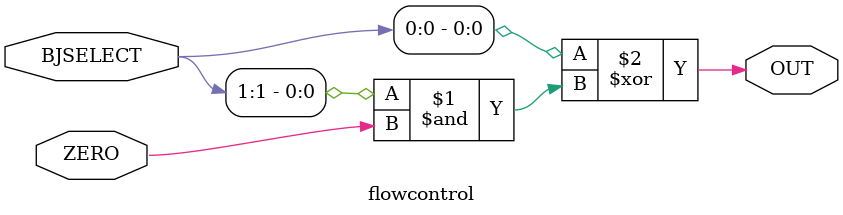
<source format=v>
module flowcontrol(BJSELECT, ZERO, OUT);

	//Input and output port declaration
	input [1:0] BJSELECT;
	input ZERO;
	output OUT;
	
	//Assigns OUT based on values of JUMP, BRANCH and ZERO using simple combinational logic
	assign OUT = BJSELECT[0] ^ (BJSELECT[1] & ZERO);

endmodule

</source>
